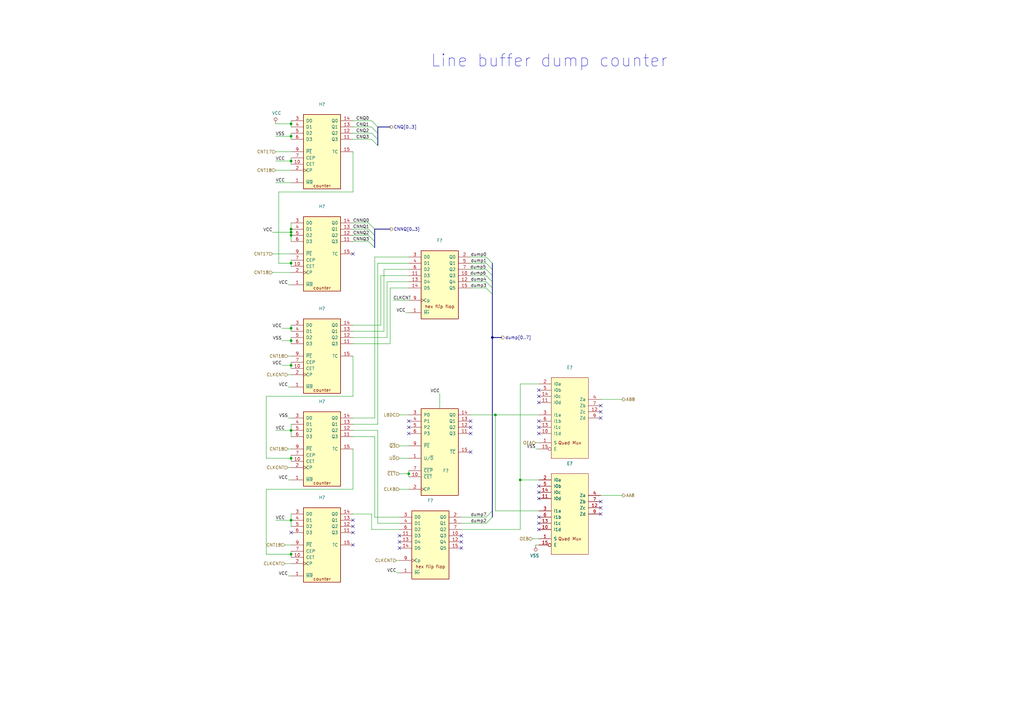
<source format=kicad_sch>
(kicad_sch (version 20211123) (generator eeschema)
  (paper "A3")
  (title_block (date "2022-04-29") (rev "J. Tejada") (company "JOTEGO") (comment 1 "Esperanza D. Triana"))
  (lib_symbols
    (symbol "jt74:74LS157" (pin_names (offset 1.016))
      (property "Reference" "U" (at 5.08 12.7 0))
      (property "Value" "jt74_74LS157" (at 0 -16.51 0))
      (symbol "74LS157_0_0"
        (text "Quad Mux" (at 0 -11.43 0) (effects (font (size 1.27 1.27))))
      )
      (symbol "74LS157_1_0"
        (pin input line (at -12.7 -11.43 0) (length 5.08) (name "S") (number "1"))
        (pin input line (at -12.7 -7.62 0) (length 5.08) (name "I1d") (number "10"))
        (pin input line (at -12.7 5.08 0) (length 5.08) (name "I0d") (number "11"))
        (pin output line (at 12.7 1.27 180) (length 5.08) (name "Zc") (number "12"))
        (pin input line (at -12.7 -5.08 0) (length 5.08) (name "I1c") (number "13"))
        (pin input line (at -12.7 7.62 0) (length 5.08) (name "I0c") (number "14"))
        (pin input inverted (at -12.7 -13.97 0) (length 5.08) (name "E") (number "15"))
        (pin input line (at -12.7 12.7 0) (length 5.08) (name "I0a") (number "2"))
        (pin input line (at -12.7 0 0) (length 5.08) (name "I1a") (number "3"))
        (pin output line (at 12.7 6.35 180) (length 5.08) (name "Za") (number "4"))
        (pin input line (at -12.7 10.16 0) (length 5.08) (name "I0b") (number "5"))
        (pin input line (at -12.7 -2.54 0) (length 5.08) (name "I1b") (number "6"))
        (pin output line (at 12.7 3.81 180) (length 5.08) (name "Zb") (number "7"))
        (pin output line (at 12.7 -1.27 180) (length 5.08) (name "Zd") (number "9"))
      )
      (symbol "74LS157_1_1"
        (rectangle (start -7.62 15.24) (end 7.62 -17.78) (fill (type background)))
      )
    )
    (symbol "jt74:74LS161" (pin_names (offset 1.016))
      (property "Reference" "U" (at -7.62 16.51 0))
      (property "Value" "jt74_74LS161" (at -7.62 -16.51 0))
      (symbol "74LS161_0_0"
        (text "counter" (at 0 -13.97 0) (effects (font (size 1.27 1.27))))
      )
      (symbol "74LS161_0_2"
        (rectangle (start -7.62 15.24) (end 7.62 -15.24) (fill (type background)))
      )
      (symbol "74LS161_1_0"
        (pin input line (at -12.7 -12.7 0) (length 5.08) (name "~{MR}") (number "1"))
        (pin input line (at -12.7 -5.08 0) (length 5.08) (name "CET") (number "10"))
        (pin output line (at 12.7 5.08 180) (length 5.08) (name "Q3") (number "11"))
        (pin output line (at 12.7 7.62 180) (length 5.08) (name "Q2") (number "12"))
        (pin output line (at 12.7 10.16 180) (length 5.08) (name "Q1") (number "13"))
        (pin output line (at 12.7 12.7 180) (length 5.08) (name "Q0") (number "14"))
        (pin output line (at 12.7 0 180) (length 5.08) (name "TC") (number "15"))
        (pin input clock (at -12.7 -7.62 0) (length 5.08) (name "CP") (number "2"))
        (pin input line (at -12.7 12.7 0) (length 5.08) (name "D0") (number "3"))
        (pin input line (at -12.7 10.16 0) (length 5.08) (name "D1") (number "4"))
        (pin input line (at -12.7 7.62 0) (length 5.08) (name "D2") (number "5"))
        (pin input line (at -12.7 5.08 0) (length 5.08) (name "D3") (number "6"))
        (pin input line (at -12.7 -2.54 0) (length 5.08) (name "CEP") (number "7"))
        (pin input line (at -12.7 0 0) (length 5.08) (name "~{PE}") (number "9"))
      )
      (symbol "74LS161_1_1"
        (rectangle (start -7.62 15.24) (end 7.62 -15.24) (stroke (width 0.254)) (fill (type background)))
      )
    )
    (symbol "jt74:74LS169" (pin_names (offset 1.016))
      (property "Reference" "U" (at -7.62 19.05 0))
      (property "Value" "jt74_74LS169" (at -7.62 -19.05 0))
      (symbol "74LS169_1_0"
        (pin input line (at -12.7 -2.54 0) (length 5.08) (name "U/~{D}") (number "1"))
        (pin input line (at -12.7 -10.16 0) (length 5.08) (name "~{CET}") (number "10"))
        (pin output line (at 12.7 7.62 180) (length 5.08) (name "Q3") (number "11"))
        (pin output line (at 12.7 10.16 180) (length 5.08) (name "Q2") (number "12"))
        (pin output line (at 12.7 12.7 180) (length 5.08) (name "Q1") (number "13"))
        (pin output line (at 12.7 15.24 180) (length 5.08) (name "Q0") (number "14"))
        (pin output line (at 12.7 0 180) (length 5.08) (name "~{TC}") (number "15"))
        (pin power_in line (at 0 17.78 270) (length 5.08) hide (name "VCC") (number "16"))
        (pin input clock (at -12.7 -15.24 0) (length 5.08) (name "CP") (number "2"))
        (pin input line (at -12.7 15.24 0) (length 5.08) (name "P0") (number "3"))
        (pin input line (at -12.7 12.7 0) (length 5.08) (name "P1") (number "4"))
        (pin input line (at -12.7 10.16 0) (length 5.08) (name "P2") (number "5"))
        (pin input line (at -12.7 7.62 0) (length 5.08) (name "P3") (number "6"))
        (pin input line (at -12.7 -7.62 0) (length 5.08) (name "~{CEP}") (number "7"))
        (pin power_in line (at 0 -17.78 90) (length 5.08) hide (name "VSS") (number "8"))
        (pin input line (at -12.7 2.54 0) (length 5.08) (name "~{PE}") (number "9"))
      )
      (symbol "74LS169_1_1"
        (rectangle (start -7.62 17.78) (end 7.62 -17.78) (stroke (width 0.254)) (fill (type background)))
      )
    )
    (symbol "jt74:74LS174" (pin_names (offset 1.016))
      (property "Reference" "U" (at 5.08 -12.7 0))
      (property "Value" "jt74_74LS174" (at 0 -5.08 0))
      (symbol "74LS174_0_0"
        (text "hex flip flop" (at 0 -10.16 0) (effects (font (size 1.27 1.27))))
      )
      (symbol "74LS174_1_0"
        (pin input line (at -12.7 -12.7 0) (length 5.08) (name "~{Mr}") (number "1"))
        (pin output line (at 12.7 2.54 180) (length 5.08) (name "Q3") (number "10"))
        (pin input line (at -12.7 2.54 0) (length 5.08) (name "D3") (number "11"))
        (pin output line (at 12.7 0 180) (length 5.08) (name "Q4") (number "12"))
        (pin input line (at -12.7 0 0) (length 5.08) (name "D4") (number "13"))
        (pin input line (at -12.7 -2.54 0) (length 5.08) (name "D5") (number "14"))
        (pin output line (at 12.7 -2.54 180) (length 5.08) (name "Q5") (number "15"))
        (pin output line (at 12.7 10.16 180) (length 5.08) (name "Q0") (number "2"))
        (pin input line (at -12.7 10.16 0) (length 5.08) (name "D0") (number "3"))
        (pin input line (at -12.7 7.62 0) (length 5.08) (name "D1") (number "4"))
        (pin output line (at 12.7 7.62 180) (length 5.08) (name "Q1") (number "5"))
        (pin input line (at -12.7 5.08 0) (length 5.08) (name "D2") (number "6"))
        (pin output line (at 12.7 5.08 180) (length 5.08) (name "Q2") (number "7"))
        (pin input clock (at -12.7 -7.62 0) (length 5.08) (name "Cp") (number "9"))
      )
      (symbol "74LS174_1_1"
        (rectangle (start -7.62 12.7) (end 7.62 -15.24) (stroke (width 0.254)) (fill (type background)))
      )
    )
    (symbol "power:VCC" (power) (pin_names (offset 0))
      (property "Value" "power_VCC" (at 0 3.81 0))
      (symbol "VCC_0_1"
        (polyline (pts (xy 0 0) (xy 0 1.27)))
        (circle (center 0 1.905) (radius 0.635))
      )
      (symbol "VCC_1_1"
        (pin power_in line (at 0 0 90) (length 0) hide (name "VCC") (number "1"))
      )
    )
    (symbol "power:VSS" (power) (pin_names (offset 0))
      (property "Value" "power_VSS" (at 0 3.81 0))
      (symbol "VSS_0_1"
        (polyline (pts (xy 0 0) (xy 0 1.27)))
        (circle (center 0 1.905) (radius 0.635))
      )
      (symbol "VSS_1_1"
        (pin power_in line (at 0 0 90) (length 0) hide (name "VSS") (number "1"))
      )
    )
  )
  (junction (at 119.38 95.25))
  (junction (at 213.36 196.85))
  (junction (at 119.38 187.96))
  (junction (at 119.38 66.04))
  (junction (at 203.2 170.18))
  (junction (at 119.38 93.98))
  (junction (at 167.64 194.31))
  (junction (at 119.38 134.62))
  (junction (at 119.38 50.8))
  (junction (at 119.38 96.52))
  (junction (at 119.38 55.88))
  (junction (at 201.93 138.43))
  (junction (at 119.38 107.95))
  (junction (at 119.38 227.33))
  (junction (at 119.38 176.53))
  (junction (at 119.38 139.7))
  (junction (at 119.38 213.36))
  (junction (at 119.38 149.86))
  (no_connect (at 220.98 204.47))
  (no_connect (at 167.64 172.72))
  (no_connect (at 246.38 208.28))
  (no_connect (at 163.83 222.25))
  (no_connect (at 189.23 222.25))
  (no_connect (at 246.38 210.82))
  (no_connect (at 246.38 205.74))
  (no_connect (at 163.83 219.71))
  (no_connect (at 220.98 160.02))
  (no_connect (at 246.38 171.45))
  (no_connect (at 167.64 177.8))
  (no_connect (at 220.98 165.1))
  (no_connect (at 220.98 175.26))
  (no_connect (at 144.78 218.44))
  (no_connect (at 246.38 166.37))
  (no_connect (at 193.04 175.26))
  (no_connect (at 220.98 172.72))
  (no_connect (at 144.78 213.36))
  (no_connect (at 189.23 219.71))
  (no_connect (at 144.78 104.14))
  (no_connect (at 167.64 175.26))
  (no_connect (at 220.98 201.93))
  (no_connect (at 144.78 215.9))
  (no_connect (at 163.83 224.79))
  (no_connect (at 246.38 168.91))
  (no_connect (at 193.04 172.72))
  (no_connect (at 220.98 199.39))
  (no_connect (at 119.38 218.44))
  (no_connect (at 220.98 217.17))
  (no_connect (at 220.98 212.09))
  (no_connect (at 144.78 223.52))
  (no_connect (at 189.23 224.79))
  (no_connect (at 220.98 214.63))
  (no_connect (at 193.04 185.42))
  (no_connect (at 220.98 162.56))
  (no_connect (at 193.04 177.8))
  (no_connect (at 220.98 177.8))
  (bus_entry (at 199.39 105.41) (size 2.54 2.54))
  (bus_entry (at 199.39 107.95) (size 2.54 2.54))
  (bus_entry (at 152.4 49.53) (size 2.54 2.54))
  (bus_entry (at 151.13 99.06) (size 2.54 2.54))
  (bus_entry (at 199.39 110.49) (size 2.54 2.54))
  (bus_entry (at 151.13 91.44) (size 2.54 2.54))
  (bus_entry (at 152.4 52.07) (size 2.54 2.54))
  (bus_entry (at 151.13 93.98) (size 2.54 2.54))
  (bus_entry (at 199.39 118.11) (size 2.54 2.54))
  (bus_entry (at 199.39 115.57) (size 2.54 2.54))
  (bus_entry (at 199.39 214.63) (size 2.54 -2.54))
  (bus_entry (at 199.39 212.09) (size 2.54 -2.54))
  (bus_entry (at 151.13 96.52) (size 2.54 2.54))
  (bus_entry (at 199.39 113.03) (size 2.54 2.54))
  (bus_entry (at 152.4 54.61) (size 2.54 2.54))
  (bus_entry (at 152.4 57.15) (size 2.54 2.54))
  (wire (pts (xy 119.38 93.98) (xy 119.38 95.25)))
  (wire (pts (xy 167.64 170.18) (xy 163.83 170.18)))
  (wire (pts (xy 162.56 229.87) (xy 163.83 229.87)))
  (wire (pts (xy 119.38 196.85) (xy 118.11 196.85)))
  (wire (pts (xy 203.2 170.18) (xy 220.98 170.18)))
  (wire (pts (xy 119.38 133.35) (xy 119.38 134.62)))
  (wire (pts (xy 119.38 106.68) (xy 119.38 107.95)))
  (bus (pts (xy 154.94 52.07) (xy 154.94 54.61)))
  (wire (pts (xy 153.67 105.41) (xy 153.67 171.45)))
  (wire (pts (xy 119.38 176.53) (xy 119.38 179.07)))
  (wire (pts (xy 118.11 191.77) (xy 119.38 191.77)))
  (wire (pts (xy 213.36 157.48) (xy 220.98 157.48)))
  (wire (pts (xy 119.38 138.43) (xy 119.38 139.7)))
  (wire (pts (xy 193.04 115.57) (xy 199.39 115.57)))
  (bus (pts (xy 153.67 93.98) (xy 160.02 93.98)))
  (wire (pts (xy 144.78 49.53) (xy 152.4 49.53)))
  (wire (pts (xy 113.03 213.36) (xy 119.38 213.36)))
  (wire (pts (xy 158.75 138.43) (xy 158.75 115.57)))
  (wire (pts (xy 116.84 223.52) (xy 119.38 223.52)))
  (wire (pts (xy 119.38 116.84) (xy 118.11 116.84)))
  (wire (pts (xy 144.78 62.23) (xy 144.78 78.74)))
  (wire (pts (xy 119.38 139.7) (xy 119.38 140.97)))
  (wire (pts (xy 157.48 110.49) (xy 157.48 135.89)))
  (wire (pts (xy 119.38 96.52) (xy 119.38 99.06)))
  (wire (pts (xy 220.98 181.61) (xy 219.71 181.61)))
  (wire (pts (xy 113.03 62.23) (xy 119.38 62.23)))
  (wire (pts (xy 167.64 107.95) (xy 154.94 107.95)))
  (bus (pts (xy 201.93 115.57) (xy 201.93 118.11)))
  (wire (pts (xy 213.36 157.48) (xy 213.36 196.85)))
  (wire (pts (xy 119.38 91.44) (xy 119.38 93.98)))
  (wire (pts (xy 163.83 200.66) (xy 167.64 200.66)))
  (wire (pts (xy 119.38 148.59) (xy 119.38 149.86)))
  (wire (pts (xy 193.04 110.49) (xy 199.39 110.49)))
  (wire (pts (xy 118.11 184.15) (xy 119.38 184.15)))
  (wire (pts (xy 167.64 105.41) (xy 153.67 105.41)))
  (wire (pts (xy 144.78 184.15) (xy 144.78 200.66)))
  (wire (pts (xy 119.38 64.77) (xy 119.38 66.04)))
  (wire (pts (xy 144.78 162.56) (xy 109.22 162.56)))
  (wire (pts (xy 144.78 99.06) (xy 151.13 99.06)))
  (wire (pts (xy 193.04 105.41) (xy 199.39 105.41)))
  (wire (pts (xy 109.22 200.66) (xy 109.22 227.33)))
  (bus (pts (xy 201.93 118.11) (xy 201.93 120.65)))
  (wire (pts (xy 220.98 196.85) (xy 213.36 196.85)))
  (wire (pts (xy 144.78 138.43) (xy 158.75 138.43)))
  (wire (pts (xy 119.38 213.36) (xy 119.38 215.9)))
  (wire (pts (xy 119.38 227.33) (xy 119.38 228.6)))
  (wire (pts (xy 220.98 223.52) (xy 219.71 223.52)))
  (wire (pts (xy 246.38 203.2) (xy 255.27 203.2)))
  (wire (pts (xy 119.38 158.75) (xy 118.11 158.75)))
  (wire (pts (xy 203.2 209.55) (xy 220.98 209.55)))
  (wire (pts (xy 161.29 123.19) (xy 167.64 123.19)))
  (wire (pts (xy 153.67 171.45) (xy 144.78 171.45)))
  (wire (pts (xy 144.78 54.61) (xy 152.4 54.61)))
  (bus (pts (xy 154.94 52.07) (xy 160.02 52.07)))
  (wire (pts (xy 111.76 111.76) (xy 119.38 111.76)))
  (wire (pts (xy 119.38 50.8) (xy 119.38 52.07)))
  (wire (pts (xy 167.64 113.03) (xy 156.21 113.03)))
  (wire (pts (xy 109.22 162.56) (xy 109.22 187.96)))
  (wire (pts (xy 118.11 153.67) (xy 119.38 153.67)))
  (wire (pts (xy 144.78 146.05) (xy 144.78 162.56)))
  (wire (pts (xy 163.83 182.88) (xy 167.64 182.88)))
  (bus (pts (xy 154.94 54.61) (xy 154.94 57.15)))
  (bus (pts (xy 153.67 96.52) (xy 153.67 99.06)))
  (wire (pts (xy 153.67 212.09) (xy 163.83 212.09)))
  (wire (pts (xy 193.04 113.03) (xy 199.39 113.03)))
  (bus (pts (xy 201.93 120.65) (xy 201.93 138.43)))
  (wire (pts (xy 193.04 170.18) (xy 203.2 170.18)))
  (bus (pts (xy 201.93 113.03) (xy 201.93 115.57)))
  (wire (pts (xy 144.78 179.07) (xy 153.67 179.07)))
  (wire (pts (xy 144.78 93.98) (xy 151.13 93.98)))
  (wire (pts (xy 115.57 149.86) (xy 119.38 149.86)))
  (wire (pts (xy 113.03 74.93) (xy 119.38 74.93)))
  (wire (pts (xy 118.11 171.45) (xy 119.38 171.45)))
  (wire (pts (xy 213.36 196.85) (xy 213.36 217.17)))
  (bus (pts (xy 201.93 209.55) (xy 201.93 212.09)))
  (wire (pts (xy 119.38 173.99) (xy 119.38 176.53)))
  (wire (pts (xy 193.04 107.95) (xy 199.39 107.95)))
  (wire (pts (xy 116.84 231.14) (xy 119.38 231.14)))
  (wire (pts (xy 113.03 69.85) (xy 119.38 69.85)))
  (wire (pts (xy 144.78 57.15) (xy 152.4 57.15)))
  (wire (pts (xy 160.02 118.11) (xy 167.64 118.11)))
  (wire (pts (xy 114.3 78.74) (xy 114.3 107.95)))
  (wire (pts (xy 218.44 220.98) (xy 220.98 220.98)))
  (wire (pts (xy 160.02 140.97) (xy 160.02 118.11)))
  (bus (pts (xy 201.93 138.43) (xy 201.93 209.55)))
  (wire (pts (xy 163.83 234.95) (xy 162.56 234.95)))
  (wire (pts (xy 154.94 107.95) (xy 154.94 173.99)))
  (wire (pts (xy 167.64 187.96) (xy 163.83 187.96)))
  (wire (pts (xy 193.04 118.11) (xy 199.39 118.11)))
  (wire (pts (xy 154.94 173.99) (xy 144.78 173.99)))
  (wire (pts (xy 144.78 176.53) (xy 154.94 176.53)))
  (wire (pts (xy 114.3 107.95) (xy 119.38 107.95)))
  (wire (pts (xy 144.78 78.74) (xy 114.3 78.74)))
  (wire (pts (xy 167.64 128.27) (xy 166.37 128.27)))
  (wire (pts (xy 152.4 210.82) (xy 144.78 210.82)))
  (wire (pts (xy 119.38 149.86) (xy 119.38 151.13)))
  (wire (pts (xy 109.22 227.33) (xy 119.38 227.33)))
  (wire (pts (xy 111.76 95.25) (xy 119.38 95.25)))
  (wire (pts (xy 119.38 134.62) (xy 119.38 135.89)))
  (wire (pts (xy 144.78 91.44) (xy 151.13 91.44)))
  (wire (pts (xy 109.22 187.96) (xy 119.38 187.96)))
  (wire (pts (xy 113.03 55.88) (xy 119.38 55.88)))
  (bus (pts (xy 201.93 110.49) (xy 201.93 113.03)))
  (wire (pts (xy 118.11 146.05) (xy 119.38 146.05)))
  (bus (pts (xy 153.67 99.06) (xy 153.67 101.6)))
  (wire (pts (xy 157.48 135.89) (xy 144.78 135.89)))
  (wire (pts (xy 189.23 212.09) (xy 199.39 212.09)))
  (wire (pts (xy 119.38 187.96) (xy 119.38 189.23)))
  (wire (pts (xy 163.83 217.17) (xy 152.4 217.17)))
  (wire (pts (xy 119.38 95.25) (xy 119.38 96.52)))
  (wire (pts (xy 144.78 140.97) (xy 160.02 140.97)))
  (wire (pts (xy 119.38 186.69) (xy 119.38 187.96)))
  (wire (pts (xy 113.03 66.04) (xy 119.38 66.04)))
  (wire (pts (xy 189.23 217.17) (xy 213.36 217.17)))
  (wire (pts (xy 119.38 54.61) (xy 119.38 55.88)))
  (bus (pts (xy 201.93 107.95) (xy 201.93 110.49)))
  (wire (pts (xy 119.38 66.04) (xy 119.38 67.31)))
  (wire (pts (xy 144.78 200.66) (xy 109.22 200.66)))
  (wire (pts (xy 158.75 115.57) (xy 167.64 115.57)))
  (wire (pts (xy 189.23 214.63) (xy 199.39 214.63)))
  (wire (pts (xy 156.21 133.35) (xy 144.78 133.35)))
  (wire (pts (xy 180.34 167.64) (xy 180.34 161.29)))
  (wire (pts (xy 113.03 176.53) (xy 119.38 176.53)))
  (wire (pts (xy 167.64 110.49) (xy 157.48 110.49)))
  (wire (pts (xy 111.76 104.14) (xy 119.38 104.14)))
  (wire (pts (xy 167.64 195.58) (xy 167.64 194.31)))
  (wire (pts (xy 154.94 214.63) (xy 163.83 214.63)))
  (wire (pts (xy 115.57 134.62) (xy 119.38 134.62)))
  (wire (pts (xy 154.94 176.53) (xy 154.94 214.63)))
  (wire (pts (xy 144.78 52.07) (xy 152.4 52.07)))
  (wire (pts (xy 156.21 113.03) (xy 156.21 133.35)))
  (wire (pts (xy 119.38 49.53) (xy 119.38 50.8)))
  (wire (pts (xy 153.67 179.07) (xy 153.67 212.09)))
  (wire (pts (xy 152.4 217.17) (xy 152.4 210.82)))
  (bus (pts (xy 153.67 93.98) (xy 153.67 96.52)))
  (wire (pts (xy 119.38 55.88) (xy 119.38 57.15)))
  (wire (pts (xy 119.38 107.95) (xy 119.38 109.22)))
  (wire (pts (xy 119.38 236.22) (xy 118.11 236.22)))
  (wire (pts (xy 163.83 194.31) (xy 167.64 194.31)))
  (bus (pts (xy 205.74 138.43) (xy 201.93 138.43)))
  (bus (pts (xy 154.94 57.15) (xy 154.94 59.69)))
  (wire (pts (xy 255.27 163.83) (xy 246.38 163.83)))
  (wire (pts (xy 219.71 184.15) (xy 220.98 184.15)))
  (wire (pts (xy 203.2 170.18) (xy 203.2 209.55)))
  (wire (pts (xy 119.38 226.06) (xy 119.38 227.33)))
  (wire (pts (xy 115.57 139.7) (xy 119.38 139.7)))
  (wire (pts (xy 119.38 50.8) (xy 113.03 50.8)))
  (wire (pts (xy 119.38 210.82) (xy 119.38 213.36)))
  (wire (pts (xy 144.78 96.52) (xy 151.13 96.52)))
  (wire (pts (xy 167.64 194.31) (xy 167.64 193.04)))
  (text "Line buffer dump counter" (at 176.53 27.94 0) (effects (font (size 5.0038 5.0038)) (justify left bottom)))
  (label "VCC" (at 113.03 74.93 0))
  (label "VCC" (at 166.37 128.27 180))
  (label "dump2" (at 193.04 214.63 0))
  (label "CNQ3" (at 146.05 57.15 0))
  (label "CLKCNT" (at 161.29 123.19 0))
  (label "VCC" (at 118.11 236.22 180))
  (label "VCC" (at 113.03 66.04 0))
  (label "VCC" (at 113.03 176.53 0))
  (label "VCC" (at 180.34 161.29 180))
  (label "VCC" (at 111.76 95.25 180))
  (label "dump3" (at 193.04 118.11 0))
  (label "dump5" (at 199.39 110.49 180))
  (label "CNNQ2" (at 144.78 96.52 0))
  (label "CNQ1" (at 146.05 52.07 0))
  (label "VCC" (at 113.03 213.36 0))
  (label "VSS" (at 115.57 139.7 180))
  (label "VCC" (at 115.57 134.62 180))
  (label "VCC" (at 115.57 149.86 180))
  (label "VCC" (at 162.56 234.95 180))
  (label "VCC" (at 118.11 196.85 180))
  (label "VSS" (at 219.71 184.15 180))
  (label "VSS" (at 113.03 55.88 0))
  (label "VSS" (at 118.11 171.45 180))
  (label "dump4" (at 193.04 115.57 0))
  (label "dump1" (at 193.04 107.95 0))
  (label "VCC" (at 118.11 116.84 180))
  (label "dump7" (at 193.04 212.09 0))
  (label "CNQ0" (at 146.05 49.53 0))
  (label "CNNQ1" (at 144.78 93.98 0))
  (label "CNNQ0" (at 144.78 91.44 0))
  (label "dump0" (at 193.04 105.41 0))
  (label "CNNQ3" (at 144.78 99.06 0))
  (label "CNQ2" (at 146.05 54.61 0))
  (label "dump6" (at 199.39 113.03 180))
  (label "VCC" (at 118.11 158.75 180))
  (hierarchical_label "CNT18" (shape input) (at 111.76 111.76 180))
  (hierarchical_label "~{Q3}" (shape input) (at 163.83 182.88 180))
  (hierarchical_label "CLKCNT" (shape input) (at 162.56 229.87 180))
  (hierarchical_label "CLKCNT" (shape input) (at 116.84 231.14 180))
  (hierarchical_label "CNT18" (shape input) (at 118.11 184.15 180))
  (hierarchical_label "AB8" (shape output) (at 255.27 163.83 0))
  (hierarchical_label "CLKCNT" (shape input) (at 118.11 191.77 180))
  (hierarchical_label "CNT17" (shape input) (at 113.03 62.23 180))
  (hierarchical_label "CNNQ[0..3]" (shape output) (at 160.02 93.98 0))
  (hierarchical_label "OEA" (shape input) (at 219.71 181.61 180))
  (hierarchical_label "CNQ[0..3]" (shape output) (at 160.02 52.07 0))
  (hierarchical_label "dump[0..7]" (shape output) (at 205.74 138.43 0))
  (hierarchical_label "AA8" (shape output) (at 255.27 203.2 0))
  (hierarchical_label "CNT18" (shape input) (at 116.84 223.52 180))
  (hierarchical_label "U~{D}" (shape input) (at 163.83 187.96 180))
  (hierarchical_label "OEB" (shape input) (at 218.44 220.98 180))
  (hierarchical_label "CNT18" (shape input) (at 118.11 146.05 180))
  (hierarchical_label "CLKB" (shape input) (at 163.83 200.66 180))
  (hierarchical_label "CNT18" (shape input) (at 113.03 69.85 180))
  (hierarchical_label "CLKCNT" (shape input) (at 118.11 153.67 180))
  (hierarchical_label "LBDC" (shape input) (at 163.83 170.18 180))
  (hierarchical_label "~{CET}" (shape input) (at 163.83 194.31 180))
  (hierarchical_label "CNT17" (shape input) (at 111.76 104.14 180))
  (symbol (lib_id "power:VSS") (at 219.71 223.52 180) (unit 1)
    (property "Reference" "#PWR018" (effects hide))
  )
  (symbol (lib_id "power:VCC") (at 113.03 50.8 0) (unit 1)
    (property "Reference" "#PWR017" (effects hide))
  )
  (symbol (lib_id "jt74:74LS169") (at 180.34 185.42 0) (unit 1)
    (property "Reference" "F?" (at 182.88 193.04 0))
    (property "Datasheet" "http://www.ti.com/lit/gpn/sn74LS169" (effects hide))
  )
  (symbol (lib_id "jt74:74LS157") (at 233.68 209.55 0) (unit 1)
    (property "Reference" "E?" (at 233.68 190.119 0))
    (property "Datasheet" "http://www.ti.com/lit/gpn/sn74LS157" (effects hide))
  )
  (symbol (lib_id "jt74:74LS157") (at 233.68 170.18 0) (unit 1)
    (property "Reference" "E?" (at 233.68 150.749 0))
    (property "Datasheet" "http://www.ti.com/lit/gpn/sn74LS157" (effects hide))
  )
  (symbol (lib_id "jt74:74LS161") (at 132.08 104.14 0) (unit 1)
    (property "Reference" "H?" (at 132.08 84.6582 0))
    (property "Datasheet" "http://www.ti.com/lit/gpn/sn74LS161" (effects hide))
  )
  (symbol (lib_id "jt74:74LS161") (at 132.08 62.23 0) (unit 1)
    (property "Reference" "H?" (at 132.08 42.7482 0))
    (property "Datasheet" "http://www.ti.com/lit/gpn/sn74LS161" (effects hide))
  )
  (symbol (lib_id "jt74:74LS174") (at 180.34 115.57 0) (unit 1)
    (property "Reference" "F?" (at 180.34 98.6282 0))
    (property "Datasheet" "http://www.ti.com/lit/gpn/sn74LS174" (effects hide))
  )
  (symbol (lib_id "jt74:74LS161") (at 132.08 223.52 0) (unit 1)
    (property "Reference" "H?" (at 132.08 204.0382 0))
    (property "Datasheet" "http://www.ti.com/lit/gpn/sn74LS161" (effects hide))
  )
  (symbol (lib_id "jt74:74LS161") (at 132.08 184.15 0) (unit 1)
    (property "Reference" "H?" (at 132.08 164.6682 0))
    (property "Datasheet" "http://www.ti.com/lit/gpn/sn74LS161" (effects hide))
  )
  (symbol (lib_id "jt74:74LS174") (at 176.53 222.25 0) (unit 1)
    (property "Reference" "F?" (at 176.53 205.3082 0))
    (property "Datasheet" "http://www.ti.com/lit/gpn/sn74LS174" (effects hide))
  )
  (symbol (lib_id "jt74:74LS161") (at 132.08 146.05 0) (unit 1)
    (property "Reference" "H?" (at 132.08 126.5682 0))
    (property "Datasheet" "http://www.ti.com/lit/gpn/sn74LS161" (effects hide))
  )
)
</source>
